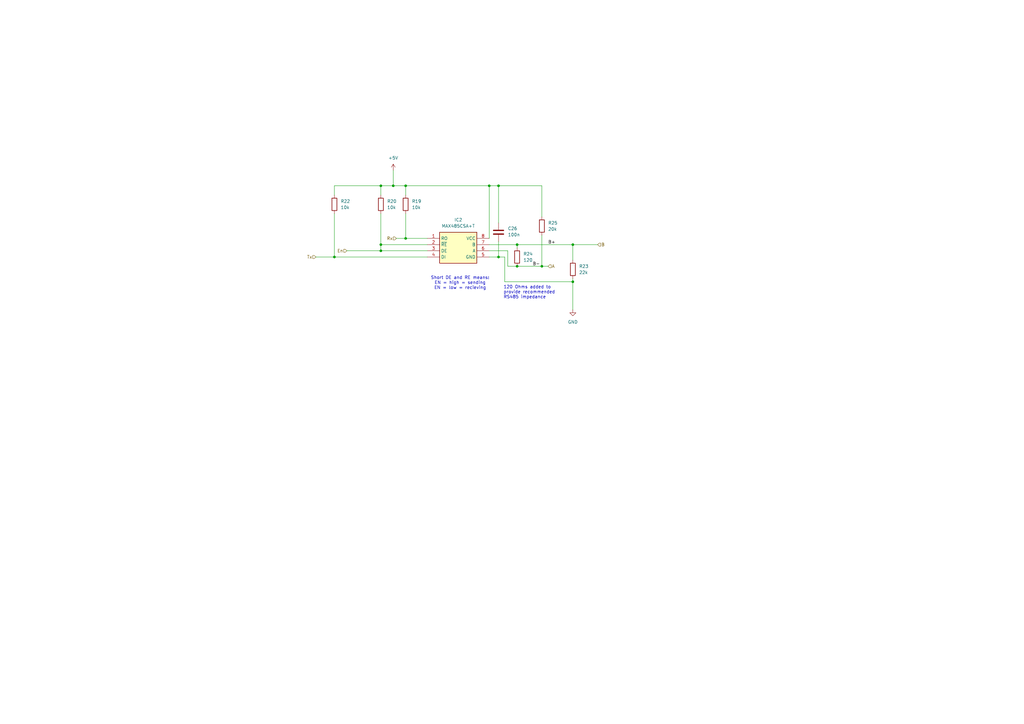
<source format=kicad_sch>
(kicad_sch (version 20231120) (generator "eeschema") (generator_version "8.0")
  (paper "A3")
  (title_block (title "GAVIM V4 TEST 137") (date "2024-06-25") (rev "00.00") (company "Nidec Drives"))
  (lib_symbols
    (symbol "Device:C" (pin_numbers hide) (pin_names (offset 0.254))
      (property "Reference" "C" (at 0.635 2.54 0))
      (property "Value" "C" (at 0.635 -2.54 0))
      (symbol "C_0_1"
        (polyline (pts (xy -2.032 -0.762) (xy 2.032 -0.762)) (stroke (width 0.508)))
        (polyline (pts (xy -2.032 0.762) (xy 2.032 0.762)) (stroke (width 0.508)))
      )
      (symbol "C_1_1"
        (pin passive line (at 0 3.81 270) (length 2.794) (name "~") (number "1"))
        (pin passive line (at 0 -3.81 90) (length 2.794) (name "~") (number "2"))
      )
    )
    (symbol "Device:R" (pin_numbers hide) (pin_names (offset 0))
      (property "Reference" "R" (at 2.032 0 90))
      (property "Value" "R" (at 0 0 90))
      (symbol "R_0_1"
        (rectangle (start -1.016 -2.54) (end 1.016 2.54) (stroke (width 0.254)))
      )
      (symbol "R_1_1"
        (pin passive line (at 0 3.81 270) (length 1.27) (name "~") (number "1"))
        (pin passive line (at 0 -3.81 90) (length 1.27) (name "~") (number "2"))
      )
    )
    (symbol "Imported Parts:MAX485CSA+T"
      (property "Reference" "IC" (at 21.59 7.62 0))
      (property "Value" "MAX485CSA+T" (at 21.59 5.08 0))
      (symbol "MAX485CSA+T_1_1"
        (rectangle (start 5.08 2.54) (end 20.32 -10.16) (stroke (width 0.254)) (fill (type background)))
        (pin passive line (at 0 0 0) (length 5.08) (name "RO") (number "1"))
        (pin passive line (at 0 -2.54 0) (length 5.08) (name "~{RE}") (number "2"))
        (pin passive line (at 0 -5.08 0) (length 5.08) (name "DE") (number "3"))
        (pin passive line (at 0 -7.62 0) (length 5.08) (name "DI") (number "4"))
        (pin passive line (at 25.4 -7.62 180) (length 5.08) (name "GND") (number "5"))
        (pin passive line (at 25.4 -5.08 180) (length 5.08) (name "A") (number "6"))
        (pin passive line (at 25.4 -2.54 180) (length 5.08) (name "B") (number "7"))
        (pin passive line (at 25.4 0 180) (length 5.08) (name "VCC") (number "8"))
      )
    )
    (symbol "power:+5V" (power) (pin_numbers hide) (pin_names (offset 0) hide)
      (property "Value" "+5V" (at 0 3.556 0))
      (symbol "+5V_0_1"
        (polyline (pts (xy -0.762 1.27) (xy 0 2.54)))
        (polyline (pts (xy 0 0) (xy 0 2.54)))
        (polyline (pts (xy 0 2.54) (xy 0.762 1.27)))
      )
      (symbol "+5V_1_1"
        (pin power_in line (at 0 0 90) (length 0) (name "~") (number "1"))
      )
    )
    (symbol "power:GND" (power) (pin_numbers hide) (pin_names (offset 0) hide)
      (property "Value" "GND" (at 0 -3.81 0))
      (symbol "GND_0_1"
        (polyline (pts (xy 0 0) (xy 0 -1.27) (xy 1.27 -1.27) (xy 0 -2.54) (xy -1.27 -1.27) (xy 0 -1.27)))
      )
      (symbol "GND_1_1"
        (pin power_in line (at 0 0 270) (length 0) (name "~") (number "1"))
      )
    )
  )
  (junction (at 156.21 100.33))
  (junction (at 234.95 115.57))
  (junction (at 161.29 76.2))
  (junction (at 137.16 105.41))
  (junction (at 212.09 100.33))
  (junction (at 166.37 76.2))
  (junction (at 204.47 105.41))
  (junction (at 234.95 100.33))
  (junction (at 212.09 109.22))
  (junction (at 222.25 109.22))
  (junction (at 156.21 102.87))
  (junction (at 200.66 76.2))
  (junction (at 204.47 76.2))
  (junction (at 156.21 76.2))
  (junction (at 166.37 97.79))
  (wire (pts (xy 234.95 115.57) (xy 234.95 127)))
  (wire (pts (xy 207.01 115.57) (xy 234.95 115.57)))
  (wire (pts (xy 200.66 102.87) (xy 208.28 102.87)))
  (wire (pts (xy 208.28 102.87) (xy 208.28 109.22)))
  (wire (pts (xy 156.21 100.33) (xy 175.26 100.33)))
  (wire (pts (xy 204.47 105.41) (xy 207.01 105.41)))
  (wire (pts (xy 200.66 100.33) (xy 212.09 100.33)))
  (wire (pts (xy 200.66 76.2) (xy 200.66 97.79)))
  (wire (pts (xy 161.29 76.2) (xy 166.37 76.2)))
  (wire (pts (xy 200.66 76.2) (xy 166.37 76.2)))
  (wire (pts (xy 162.56 97.79) (xy 166.37 97.79)))
  (wire (pts (xy 166.37 97.79) (xy 175.26 97.79)))
  (wire (pts (xy 166.37 87.63) (xy 166.37 97.79)))
  (wire (pts (xy 204.47 76.2) (xy 222.25 76.2)))
  (wire (pts (xy 207.01 105.41) (xy 207.01 115.57)))
  (wire (pts (xy 208.28 109.22) (xy 212.09 109.22)))
  (wire (pts (xy 222.25 109.22) (xy 222.25 96.52)))
  (wire (pts (xy 137.16 76.2) (xy 156.21 76.2)))
  (wire (pts (xy 142.24 102.87) (xy 156.21 102.87)))
  (wire (pts (xy 156.21 100.33) (xy 156.21 102.87)))
  (wire (pts (xy 137.16 105.41) (xy 137.16 87.63)))
  (wire (pts (xy 222.25 88.9) (xy 222.25 76.2)))
  (wire (pts (xy 137.16 80.01) (xy 137.16 76.2)))
  (wire (pts (xy 212.09 109.22) (xy 222.25 109.22)))
  (wire (pts (xy 234.95 100.33) (xy 245.11 100.33)))
  (wire (pts (xy 204.47 91.44) (xy 204.47 76.2)))
  (wire (pts (xy 156.21 76.2) (xy 161.29 76.2)))
  (wire (pts (xy 200.66 76.2) (xy 204.47 76.2)))
  (wire (pts (xy 166.37 76.2) (xy 166.37 80.01)))
  (wire (pts (xy 200.66 105.41) (xy 204.47 105.41)))
  (wire (pts (xy 222.25 109.22) (xy 224.79 109.22)))
  (wire (pts (xy 234.95 114.3) (xy 234.95 115.57)))
  (wire (pts (xy 137.16 105.41) (xy 175.26 105.41)))
  (wire (pts (xy 156.21 76.2) (xy 156.21 80.01)))
  (wire (pts (xy 161.29 69.85) (xy 161.29 76.2)))
  (wire (pts (xy 129.54 105.41) (xy 137.16 105.41)))
  (wire (pts (xy 204.47 99.06) (xy 204.47 105.41)))
  (wire (pts (xy 156.21 87.63) (xy 156.21 100.33)))
  (wire (pts (xy 234.95 100.33) (xy 212.09 100.33)))
  (wire (pts (xy 234.95 100.33) (xy 234.95 106.68)))
  (wire (pts (xy 212.09 100.33) (xy 212.09 101.6)))
  (wire (pts (xy 156.21 102.87) (xy 175.26 102.87)))
  (text "Short DE and RE means:\nEN = high = sending\nEN = low = recieving" (at 188.722 116.078 0) (effects (font (size 1.27 1.27))))
  (text "120 Ohms added to \nprovide recommended\nRS485 impedance" (at 206.502 119.888 0) (effects (font (size 1.27 1.27)) (justify left)))
  (label "B+" (at 224.79 100.33 0))
  (label "B-" (at 218.44 109.22 0))
  (hierarchical_label "En" (shape input) (at 142.24 102.87 180))
  (hierarchical_label "Rx" (shape input) (at 162.56 97.79 180))
  (hierarchical_label "A" (shape input) (at 224.79 109.22 0))
  (hierarchical_label "Tx" (shape input) (at 129.54 105.41 180))
  (hierarchical_label "B" (shape input) (at 245.11 100.33 0))
  (symbol (lib_id "Device:R") (at 166.37 83.82 0) (unit 1)
    (property "Reference" "R19" (at 168.91 82.5499 0) (effects (justify left)))
    (property "Value" "10k" (at 168.91 85.0899 0) (effects (justify left)))
    (property "Footprint" "Resistor_SMD:R_0603_1608Metric_Pad0.98x0.95mm_HandSolder" (effects (hide yes)))
    (property "Description" "Resistor" (effects (hide yes)))
  )
  (symbol (lib_id "Device:R") (at 212.09 105.41 0) (unit 1)
    (property "Reference" "R24" (at 214.63 104.1399 0) (effects (justify left)))
    (property "Value" "120" (at 214.63 106.6799 0) (effects (justify left)))
    (property "Footprint" "Resistor_SMD:R_0603_1608Metric_Pad0.98x0.95mm_HandSolder" (effects (hide yes)))
    (property "Description" "Resistor" (effects (hide yes)))
  )
  (symbol (lib_id "Device:R") (at 234.95 110.49 180) (unit 1)
    (property "Reference" "R23" (at 237.49 109.2199 0) (effects (justify right)))
    (property "Value" "22k" (at 237.49 111.7599 0) (effects (justify right)))
    (property "Footprint" "Resistor_SMD:R_0603_1608Metric_Pad0.98x0.95mm_HandSolder" (effects (hide yes)))
    (property "Description" "Resistor" (effects (hide yes)))
  )
  (symbol (lib_id "Device:C") (at 204.47 95.25 0) (unit 1)
    (property "Reference" "C26" (at 208.28 93.726 0) (effects (justify left)))
    (property "Value" "100n" (at 208.28 96.266 0) (effects (justify left)))
    (property "Footprint" "Capacitor_SMD:C_0603_1608Metric_Pad1.08x0.95mm_HandSolder" (effects (hide yes)))
    (property "Description" "Unpolarized capacitor" (effects (hide yes)))
    (property "CT Part Number" "1425-6104" (effects (hide yes)))
  )
  (symbol (lib_id "power:+5V") (at 161.29 69.85 0) (unit 1)
    (property "Reference" "#PWR04" (effects (hide yes)))
    (property "Value" "+5V" (at 161.29 64.77 0))
    (property "Description" "Power symbol creates a global label with name \"+5V\"" (effects (hide yes)))
  )
  (symbol (lib_id "Device:R") (at 156.21 83.82 0) (unit 1)
    (property "Reference" "R20" (at 158.75 82.5499 0) (effects (justify left)))
    (property "Value" "10k" (at 158.75 85.0899 0) (effects (justify left)))
    (property "Footprint" "Resistor_SMD:R_0603_1608Metric_Pad0.98x0.95mm_HandSolder" (effects (hide yes)))
    (property "Description" "Resistor" (effects (hide yes)))
  )
  (symbol (lib_id "Device:R") (at 137.16 83.82 0) (unit 1)
    (property "Reference" "R22" (at 139.7 82.5499 0) (effects (justify left)))
    (property "Value" "10k" (at 139.7 85.0899 0) (effects (justify left)))
    (property "Footprint" "Resistor_SMD:R_0603_1608Metric_Pad0.98x0.95mm_HandSolder" (effects (hide yes)))
    (property "Description" "Resistor" (effects (hide yes)))
  )
  (symbol (lib_id "power:GND") (at 234.95 127 0) (unit 1)
    (property "Reference" "#PWR05" (effects (hide yes)))
    (property "Value" "GND" (at 234.95 132.08 0))
    (property "Description" "Power symbol creates a global label with name \"GND\" , ground" (effects (hide yes)))
  )
  (symbol (lib_id "Device:R") (at 222.25 92.71 180) (unit 1)
    (property "Reference" "R25" (at 224.79 91.4399 0) (effects (justify right)))
    (property "Value" "20k" (at 224.79 93.9799 0) (effects (justify right)))
    (property "Footprint" "Resistor_SMD:R_0603_1608Metric_Pad0.98x0.95mm_HandSolder" (effects (hide yes)))
    (property "Description" "Resistor" (effects (hide yes)))
  )
  (symbol (lib_id "Imported Parts:MAX485CSA+T") (at 175.26 97.79 0) (unit 1)
    (property "Reference" "IC2" (at 187.96 90.17 0))
    (property "Value" "MAX485CSA+T" (at 187.96 92.71 0))
    (property "Footprint" "Package_SO:SOIC-8_3.9x4.9mm_P1.27mm" (effects (hide yes)))
    (property "Datasheet" "https://datasheets.maximintegrated.com/en/ds/MAX1487-MAX491.pdf" (effects (hide yes)))
    (property "Description" "RS-422/RS-485 Interface IC Low-Power, Slew-Rate-Limited RS-485/RS-422 Transceivers" (effects (hide yes)))
    (property "Height" "1.75" (effects (hide yes)))
    (property "Mouser Part Number" "700-MAX485CSAT" (effects (hide yes)))
    (property "Mouser Price/Stock" "https://www.mouser.co.uk/ProductDetail/Analog-Devices-Maxim-Integrated/MAX485CSA%2bT?qs=LHmEVA8xxfYLnNxfn7yuwQ%3D%3D" (effects (hide yes)))
    (property "Manufacturer_Name" "Analog Devices" (effects (hide yes)))
    (property "Manufacturer_Part_Number" "MAX485CSA+T" (effects (hide yes)))
    (property "CT Part Number" "N/A" (effects (hide yes)))
    (property "Link (Ext)" "https://www.mouser.co.uk/ProductDetail/Analog-Devices-Maxim-Integrated/MAX485CSA%2bT?qs=LHmEVA8xxfYLnNxfn7yuwQ%3D%3D" (effects (hide yes)))
  )
)
</source>
